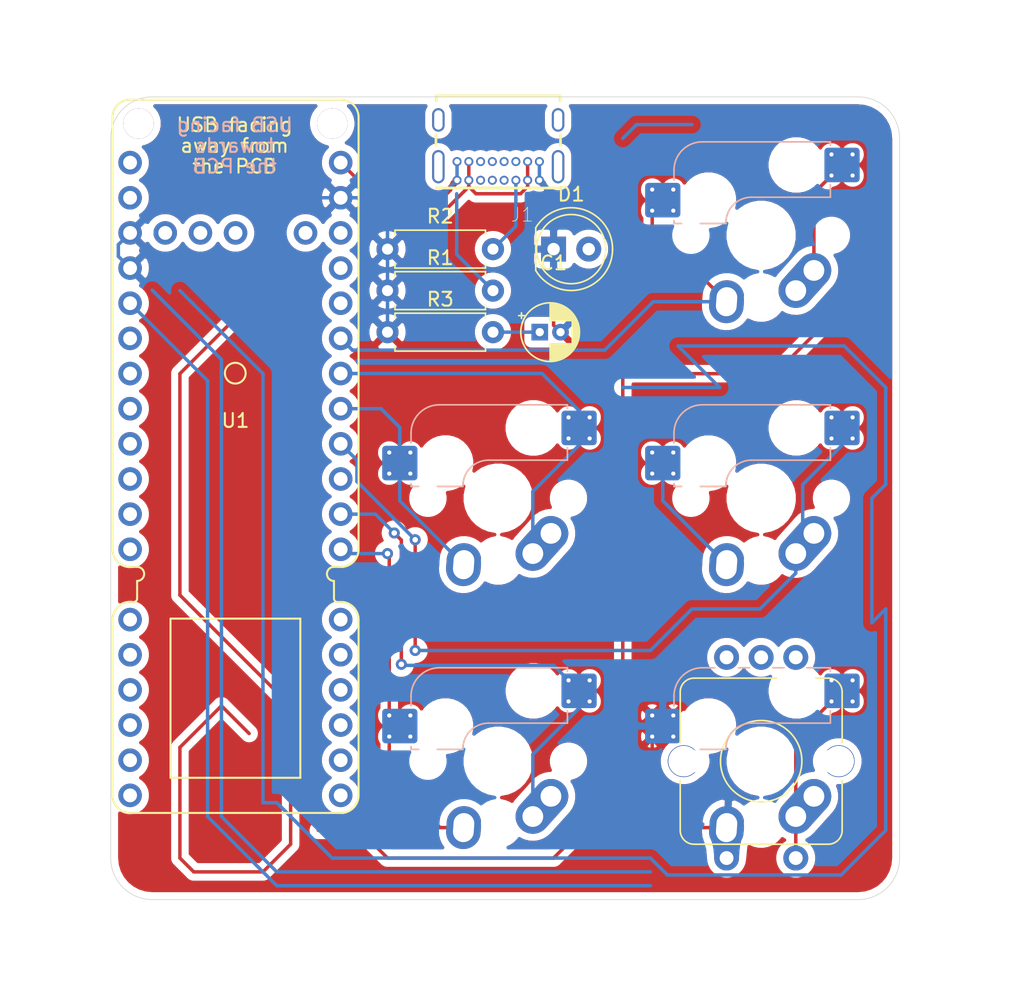
<source format=kicad_pcb>
(kicad_pcb (version 20171130) (host pcbnew "(5.1.5)-3")
  (layers (0 F.Cu signal) (31 B.Cu signal) (34 B.Paste user) (35 F.Paste user) (36 B.SilkS user) (37 F.SilkS user) (38 B.Mask user) (39 F.Mask user) (44 Edge.Cuts user))
  (net 0 "")
  (net 1 GND)
  (net 2 "Net-(C1-Pad1)")
  (net 3 "Net-(J1-PadA4)")
  (net 4 "Net-(J1-PadA7)")
  (net 5 "Net-(J1-PadA6)")
  (net 6 "Net-(J1-PadB5)")
  (net 7 "Net-(J1-PadA5)")
  (net 8 "Net-(SW1-Pad1)")
  (net 9 "Net-(SW1-Pad2)")
  (net 10 "Net-(SW2-Pad1)")
  (net 11 "Net-(SW2-Pad2)")
  (net 12 "Net-(SW3-Pad1)")
  (net 13 "Net-(SW3-Pad2)")
  (net 14 "Net-(SW4-Pad1)")
  (net 15 "Net-(SW4-Pad2)")
  (net 16 "Net-(SW5-Pad1)")
  (module OLKB:GCT_USB4085-GF-A_REVA (layer F.Cu) (at 91 34 180)
    (fp_text reference J1 (at -1.73252 -6.51541 180) (layer F.SilkS) (effects (font (size 1.00015 1.00015) (thickness 0.05))))
    (fp_text value USB4085-GF-A_REVA hide)
    (pad P4 thru_hole oval (at -4.325 0.335 270) (size 1.7 0.9) (drill oval 1.4 0.6) (layers *.Cu *.Mask) (net 2 "Net-(C1-Pad1)"))
    (pad P3 thru_hole oval (at 4.325 0.335 270) (size 1.7 0.9) (drill oval 1.4 0.6) (layers *.Cu *.Mask) (net 2 "Net-(C1-Pad1)"))
    (pad P2 thru_hole oval (at 4.325 -3.045 270) (size 2.4 0.9) (drill oval 2.1 0.6) (layers *.Cu *.Mask) (net 2 "Net-(C1-Pad1)"))
    (pad P1 thru_hole oval (at -4.325 -3.045 270) (size 2.4 0.9) (drill oval 2.1 0.6) (layers *.Cu *.Mask) (net 2 "Net-(C1-Pad1)"))
    (pad B12 thru_hole circle (at -2.975 -2.675) (size 0.65 0.65) (drill 0.4) (layers *.Cu *.Mask) (net 1 GND))
    (pad B9 thru_hole circle (at -2.125 -2.675) (size 0.65 0.65) (drill 0.4) (layers *.Cu *.Mask) (net 3 "Net-(J1-PadA4)"))
    (pad B8 thru_hole circle (at -1.275 -2.675) (size 0.65 0.65) (drill 0.4) (layers *.Cu *.Mask))
    (pad B7 thru_hole circle (at -0.425 -2.675) (size 0.65 0.65) (drill 0.4) (layers *.Cu *.Mask) (net 4 "Net-(J1-PadA7)"))
    (pad B6 thru_hole circle (at 0.425 -2.675) (size 0.65 0.65) (drill 0.4) (layers *.Cu *.Mask) (net 5 "Net-(J1-PadA6)"))
    (pad B5 thru_hole circle (at 1.275 -2.675) (size 0.65 0.65) (drill 0.4) (layers *.Cu *.Mask) (net 6 "Net-(J1-PadB5)"))
    (pad B4 thru_hole circle (at 2.125 -2.675) (size 0.65 0.65) (drill 0.4) (layers *.Cu *.Mask) (net 3 "Net-(J1-PadA4)"))
    (pad B1 thru_hole circle (at 2.975 -2.675) (size 0.65 0.65) (drill 0.4) (layers *.Cu *.Mask) (net 1 GND))
    (pad A12 thru_hole circle (at 2.975 -4.025 180) (size 0.65 0.65) (drill 0.4) (layers *.Cu *.Mask) (net 1 GND))
    (pad A9 thru_hole circle (at 2.125 -4.025 180) (size 0.65 0.65) (drill 0.4) (layers *.Cu *.Mask) (net 3 "Net-(J1-PadA4)"))
    (pad A8 thru_hole circle (at 1.275 -4.025 180) (size 0.65 0.65) (drill 0.4) (layers *.Cu *.Mask))
    (pad A7 thru_hole circle (at 0.425 -4.025 180) (size 0.65 0.65) (drill 0.4) (layers *.Cu *.Mask) (net 4 "Net-(J1-PadA7)"))
    (pad A6 thru_hole circle (at -0.425 -4.025 180) (size 0.65 0.65) (drill 0.4) (layers *.Cu *.Mask) (net 5 "Net-(J1-PadA6)"))
    (pad A5 thru_hole circle (at -1.275 -4.025 180) (size 0.65 0.65) (drill 0.4) (layers *.Cu *.Mask) (net 7 "Net-(J1-PadA5)"))
    (pad A4 thru_hole circle (at -2.125 -4.025 180) (size 0.65 0.65) (drill 0.4) (layers *.Cu *.Mask) (net 3 "Net-(J1-PadA4)"))
    (pad A1 thru_hole circle (at -2.975 -4.025 180) (size 0.65 0.65) (drill 0.4) (layers *.Cu *.Mask) (net 1 GND))
  )
  (module OLKB:proton_c (layer F.Cu) (at 72 52)
    (fp_text reference U1 (at 0.01 3.39) (layer F.SilkS))
    (fp_text value proton_c)
    (fp_text user "the PCB" (at -0.05 -14.98) (layer B.SilkS) (effects (justify mirror)))
    (fp_text user "away from" (at -0.05 -16.48) (layer F.SilkS))
    (fp_text user "the PCB" (at -0.05 -14.98) (layer F.SilkS))
    (fp_text user towards (at -0.05 -16.48) (layer B.SilkS) (effects (justify mirror)))
    (fp_text user "USB facing" (at -0.05 -17.98) (layer B.SilkS) (effects (justify mirror)))
    (fp_text user "USB facing" (at -0.05 -17.98) (layer F.SilkS))
    (pad RST thru_hole circle (at 7.615 30.47) (size 1.7 1.7) (drill 1) (layers *.Cu *.Mask))
    (pad A13 thru_hole circle (at 7.615 27.93) (size 1.7 1.7) (drill 1) (layers *.Cu *.Mask))
    (pad B12 thru_hole circle (at 7.615 22.85) (size 1.7 1.7) (drill 1) (layers *.Cu *.Mask))
    (pad A14 thru_hole circle (at 7.615 25.39) (size 1.7 1.7) (drill 1) (layers *.Cu *.Mask))
    (pad B10 thru_hole circle (at 7.615 17.77) (size 1.7 1.7) (drill 1) (layers *.Cu *.Mask))
    (pad B11 thru_hole circle (at 7.615 20.31) (size 1.7 1.7) (drill 1) (layers *.Cu *.Mask))
    (pad B9 thru_hole circle (at 7.615 12.69) (size 1.7 1.7) (drill 1) (layers *.Cu *.Mask) (net 15 "Net-(SW4-Pad2)"))
    (pad B13 thru_hole circle (at 7.615 5.07) (size 1.7 1.7) (drill 1) (layers *.Cu *.Mask) (net 12 "Net-(SW3-Pad1)"))
    (pad B15 thru_hole circle (at 7.615 10.15) (size 1.7 1.7) (drill 1) (layers *.Cu *.Mask) (net 14 "Net-(SW4-Pad1)"))
    (pad B14 thru_hole circle (at 7.615 7.61) (size 1.7 1.7) (drill 1) (layers *.Cu *.Mask) (net 13 "Net-(SW3-Pad2)"))
    (pad B8 thru_hole circle (at 7.615 2.53) (size 1.7 1.7) (drill 1) (layers *.Cu *.Mask) (net 11 "Net-(SW2-Pad2)"))
    (pad A0 thru_hole circle (at 7.615 -0.01) (size 1.7 1.7) (drill 1) (layers *.Cu *.Mask) (net 10 "Net-(SW2-Pad1)"))
    (pad A1 thru_hole circle (at 7.615 -2.55) (size 1.7 1.7) (drill 1) (layers *.Cu *.Mask) (net 9 "Net-(SW1-Pad2)"))
    (pad 3.3V thru_hole circle (at 7.615 -7.63) (size 1.7 1.7) (drill 1) (layers *.Cu *.Mask))
    (pad A3|5v thru_hole circle (at 5.075 -10.17) (size 1.7 1.7) (drill 1) (layers *.Cu *.Mask))
    (pad A2 thru_hole circle (at 7.615 -5.09) (size 1.7 1.7) (drill 1) (layers *.Cu *.Mask) (net 8 "Net-(SW1-Pad1)"))
    (pad DFU thru_hole circle (at 7.615 -10.17) (size 1.7 1.7) (drill 1) (layers *.Cu *.Mask))
    (pad GND thru_hole circle (at 7.615 -12.71) (size 1.7 1.7) (drill 1) (layers *.Cu *.Mask) (net 1 GND))
    (pad A4 thru_hole circle (at -7.6 17.77) (size 1.7 1.7) (drill 1) (layers *.Cu *.Mask))
    (pad A15 thru_hole circle (at -7.6 30.47) (size 1.7 1.7) (drill 1) (layers *.Cu *.Mask))
    (pad A6 thru_hole circle (at -7.6 22.85) (size 1.7 1.7) (drill 1) (layers *.Cu *.Mask))
    (pad A8 thru_hole circle (at -7.6 27.93) (size 1.7 1.7) (drill 1) (layers *.Cu *.Mask))
    (pad A7 thru_hole circle (at -7.6 25.39) (size 1.7 1.7) (drill 1) (layers *.Cu *.Mask))
    (pad A5 thru_hole circle (at -7.6 20.31) (size 1.7 1.7) (drill 1) (layers *.Cu *.Mask))
    (pad B0 thru_hole circle (at -7.6 12.69) (size 1.7 1.7) (drill 1) (layers *.Cu *.Mask))
    (pad B1 thru_hole circle (at -7.6 10.15) (size 1.7 1.7) (drill 1) (layers *.Cu *.Mask))
    (pad B2 thru_hole circle (at -7.6 7.61) (size 1.7 1.7) (drill 1) (layers *.Cu *.Mask))
    (pad B3 thru_hole circle (at -7.6 5.07) (size 1.7 1.7) (drill 1) (layers *.Cu *.Mask))
    (pad B4 thru_hole circle (at -7.6 2.53) (size 1.7 1.7) (drill 1) (layers *.Cu *.Mask))
    (pad B5 thru_hole circle (at -7.6 -0.01) (size 1.7 1.7) (drill 1) (layers *.Cu *.Mask))
    (pad CHRG thru_hole circle (at 0.02 -10.17) (size 1.7 1.7) (drill 1) (layers *.Cu *.Mask))
    (pad D- thru_hole circle (at -2.52 -10.17) (size 1.7 1.7) (drill 1) (layers *.Cu *.Mask) (net 4 "Net-(J1-PadA7)"))
    (pad B6 thru_hole circle (at -7.6 -2.55) (size 1.7 1.7) (drill 1) (layers *.Cu *.Mask))
    (pad B7 thru_hole circle (at -7.6 -5.09) (size 1.7 1.7) (drill 1) (layers *.Cu *.Mask))
    (pad GND thru_hole circle (at -7.6 -7.63) (size 1.7 1.7) (drill 1) (layers *.Cu *.Mask) (net 1 GND))
    (pad GND thru_hole circle (at -7.6 -10.17) (size 1.7 1.7) (drill 1) (layers *.Cu *.Mask) (net 1 GND))
    (pad D+ thru_hole circle (at -5.06 -10.17) (size 1.7 1.7) (drill 1) (layers *.Cu *.Mask) (net 5 "Net-(J1-PadA6)"))
    (pad A9 thru_hole circle (at -7.6 -15.25) (size 1.7 1.7) (drill 1) (layers *.Cu *.Mask))
    (pad SCRE thru_hole circle (at -6.9904 -18.0748) (size 2.2 2.2) (drill 2.2) (layers *.Cu *.Mask))
    (pad SCRE thru_hole circle (at 7.005 -18.0748) (size 2.2 2.2) (drill 2.2) (layers *.Cu *.Mask))
    (pad A10 thru_hole circle (at -7.6 -12.71) (size 1.7 1.7) (drill 1) (layers *.Cu *.Mask))
    (pad 5V thru_hole circle (at 7.615 -15.25) (size 1.7 1.7) (drill 1) (layers *.Cu *.Mask) (net 3 "Net-(J1-PadA4)"))
  )
  (module OLKB:UniKBSwitch_1u-kailk-socket-matis-mx-rgb-circle-2.5-vias-encoder (layer F.Cu) (at 110 80)
    (fp_text reference SW5)
    (fp_text value Rotary_Encoder_Switch hide)
    (pad 1 thru_hole roundrect (at 2.5 4 48.1) (size 4.461555 2.5) (drill 1.5 (offset 0.980778 0)) (layers *.Cu B.Mask) (roundrect_rratio 0.5) (net 16 "Net-(SW5-Pad1)"))
    (pad 2 thru_hole oval (at -2.5 4.8 356) (size 2.5 3.1) (drill oval 1.5 2.1) (layers *.Cu B.Mask) (net 1 GND))
    (pad 2 thru_hole custom (at -2.5 7) (size 1.8 1.8) (drill 1) (layers *.Cu B.Mask) (net 1 GND) (options (clearance outline) (anchor circle)) (primitives (gr_arc (start -5.05 0) (end 0 0) (angle -21) (width 1.8)) (gr_arc (start 6.1 0) (end 0 0) (angle 19) (width 1.8))))
    (pad G thru_hole circle (at -5.6 0 90) (size 2.3 2.3) (drill 2.2) (layers *.Cu B.Mask))
    (pad A thru_hole circle (at 2.5 -7.5 90) (size 1.8 1.8) (drill 1) (layers *.Cu B.Mask))
    (pad C thru_hole circle (at 0 -7.5 90) (size 1.8 1.8) (drill 1) (layers *.Cu B.Mask))
    (pad B thru_hole circle (at -2.5 -7.5 90) (size 1.8 1.8) (drill 1) (layers *.Cu B.Mask))
    (pad G thru_hole circle (at 5.6 0 90) (size 2.3 2.3) (drill 2.2) (layers *.Cu B.Mask))
    (pad 1 thru_hole circle (at 2.5 7 90) (size 1.8 1.8) (drill 1) (layers *.Cu B.Mask) (net 16 "Net-(SW5-Pad1)"))
    (pad 2 thru_hole circle (at -7.874 -1.778) (size 0.6 0.6) (drill 0.3) (layers *.Cu) (net 1 GND))
    (pad 2 thru_hole circle (at -7.874 -3.302) (size 0.6 0.6) (drill 0.3) (layers *.Cu) (net 1 GND))
    (pad 2 thru_hole circle (at -6.35 -3.302) (size 0.6 0.6) (drill 0.3) (layers *.Cu) (net 1 GND))
    (pad 1 thru_hole circle (at 5.08 -5.842) (size 0.6 0.6) (drill 0.3) (layers *.Cu) (net 16 "Net-(SW5-Pad1)"))
    (pad 1 thru_hole circle (at 6.604 -5.842) (size 0.6 0.6) (drill 0.3) (layers *.Cu) (net 16 "Net-(SW5-Pad1)"))
    (pad 1 thru_hole circle (at 6.604 -4.318) (size 0.6 0.6) (drill 0.3) (layers *.Cu) (net 16 "Net-(SW5-Pad1)"))
    (pad 2 thru_hole circle (at -6.35 -1.778) (size 0.6 0.6) (drill 0.3) (layers *.Cu) (net 1 GND))
    (pad 1 thru_hole circle (at 5.08 -4.318) (size 0.6 0.6) (drill 0.3) (layers *.Cu) (net 16 "Net-(SW5-Pad1)"))
    (pad 1 thru_hole circle (at 3.81 2.54) (size 2.5 2.5) (drill 1.5) (layers *.Cu B.Mask) (net 16 "Net-(SW5-Pad1)"))
    (pad "" np_thru_hole circle (at 0 4.5) (size 2.5 2.5) (drill 2.5) (layers *.Cu *.Mask))
    (pad 1 smd roundrect (at 5.842 -5.08) (size 2.55 2.5) (layers B.Cu B.Paste B.Mask) (roundrect_rratio 0.1) (net 16 "Net-(SW5-Pad1)"))
    (pad "" np_thru_hole circle (at -3.81 -2.54) (size 3 3) (drill 3) (layers *.Cu *.Mask))
    (pad "" np_thru_hole circle (at 2.54 -5.08) (size 3 3) (drill 3) (layers *.Cu *.Mask))
    (pad "" np_thru_hole circle (at 5.08 0) (size 1.68 1.68) (drill 1.68) (layers *.Cu *.Mask))
    (pad "" np_thru_hole circle (at -5.08 0) (size 1.68 1.68) (drill 1.68) (layers *.Cu *.Mask))
    (pad "" np_thru_hole circle (at 0 0) (size 3.9878 3.9878) (drill 3.9878) (layers *.Cu *.Mask))
    (pad 2 smd roundrect (at -7.112 -2.54) (size 2.55 2.5) (layers B.Cu B.Paste B.Mask) (roundrect_rratio 0.1) (net 1 GND))
  )
  (module OLKB:UniKBSwitch_1u-kailk-socket-matis-mx-rgb-circle-2.5-vias (layer F.Cu) (at 91 80)
    (fp_text reference SW4)
    (fp_text value Switch hide)
    (pad 1 thru_hole roundrect (at 2.5 4 48.1) (size 4.461555 2.5) (drill 1.5 (offset 0.980778 0)) (layers *.Cu B.Mask) (roundrect_rratio 0.5) (net 14 "Net-(SW4-Pad1)"))
    (pad 2 thru_hole oval (at -2.5 4.8 356) (size 2.5 3.1) (drill oval 1.5 2.1) (layers *.Cu B.Mask) (net 15 "Net-(SW4-Pad2)"))
    (pad 2 thru_hole circle (at -7.874 -1.778) (size 0.6 0.6) (drill 0.3) (layers *.Cu) (net 15 "Net-(SW4-Pad2)"))
    (pad 2 thru_hole circle (at -7.874 -3.302) (size 0.6 0.6) (drill 0.3) (layers *.Cu) (net 15 "Net-(SW4-Pad2)"))
    (pad 2 thru_hole circle (at -6.35 -3.302) (size 0.6 0.6) (drill 0.3) (layers *.Cu) (net 15 "Net-(SW4-Pad2)"))
    (pad 1 thru_hole circle (at 5.08 -5.842) (size 0.6 0.6) (drill 0.3) (layers *.Cu) (net 14 "Net-(SW4-Pad1)"))
    (pad 1 thru_hole circle (at 6.604 -5.842) (size 0.6 0.6) (drill 0.3) (layers *.Cu) (net 14 "Net-(SW4-Pad1)"))
    (pad 1 thru_hole circle (at 6.604 -4.318) (size 0.6 0.6) (drill 0.3) (layers *.Cu) (net 14 "Net-(SW4-Pad1)"))
    (pad 2 thru_hole circle (at -6.35 -1.778) (size 0.6 0.6) (drill 0.3) (layers *.Cu) (net 15 "Net-(SW4-Pad2)"))
    (pad 1 thru_hole circle (at 5.08 -4.318) (size 0.6 0.6) (drill 0.3) (layers *.Cu) (net 14 "Net-(SW4-Pad1)"))
    (pad 1 thru_hole circle (at 3.81 2.54) (size 2.5 2.5) (drill 1.5) (layers *.Cu B.Mask) (net 14 "Net-(SW4-Pad1)"))
    (pad "" np_thru_hole circle (at 0 4.5) (size 2.5 2.5) (drill 2.5) (layers *.Cu *.Mask))
    (pad 1 smd roundrect (at 5.842 -5.08) (size 2.55 2.5) (layers B.Cu B.Paste B.Mask) (roundrect_rratio 0.1) (net 14 "Net-(SW4-Pad1)"))
    (pad "" np_thru_hole circle (at -3.81 -2.54) (size 3 3) (drill 3) (layers *.Cu *.Mask))
    (pad "" np_thru_hole circle (at 2.54 -5.08) (size 3 3) (drill 3) (layers *.Cu *.Mask))
    (pad "" np_thru_hole circle (at 5.08 0) (size 1.68 1.68) (drill 1.68) (layers *.Cu *.Mask))
    (pad "" np_thru_hole circle (at -5.08 0) (size 1.68 1.68) (drill 1.68) (layers *.Cu *.Mask))
    (pad "" np_thru_hole circle (at 0 0) (size 3.9878 3.9878) (drill 3.9878) (layers *.Cu *.Mask))
    (pad 2 smd roundrect (at -7.112 -2.54) (size 2.55 2.5) (layers B.Cu B.Paste B.Mask) (roundrect_rratio 0.1) (net 15 "Net-(SW4-Pad2)"))
  )
  (module OLKB:UniKBSwitch_1u-kailk-socket-matis-mx-rgb-circle-2.5-vias (layer F.Cu) (at 110 61)
    (fp_text reference SW3)
    (fp_text value Switch hide)
    (pad 1 thru_hole roundrect (at 2.5 4 48.1) (size 4.461555 2.5) (drill 1.5 (offset 0.980778 0)) (layers *.Cu B.Mask) (roundrect_rratio 0.5) (net 12 "Net-(SW3-Pad1)"))
    (pad 2 thru_hole oval (at -2.5 4.8 356) (size 2.5 3.1) (drill oval 1.5 2.1) (layers *.Cu B.Mask) (net 13 "Net-(SW3-Pad2)"))
    (pad 2 thru_hole circle (at -7.874 -1.778) (size 0.6 0.6) (drill 0.3) (layers *.Cu) (net 13 "Net-(SW3-Pad2)"))
    (pad 2 thru_hole circle (at -7.874 -3.302) (size 0.6 0.6) (drill 0.3) (layers *.Cu) (net 13 "Net-(SW3-Pad2)"))
    (pad 2 thru_hole circle (at -6.35 -3.302) (size 0.6 0.6) (drill 0.3) (layers *.Cu) (net 13 "Net-(SW3-Pad2)"))
    (pad 1 thru_hole circle (at 5.08 -5.842) (size 0.6 0.6) (drill 0.3) (layers *.Cu) (net 12 "Net-(SW3-Pad1)"))
    (pad 1 thru_hole circle (at 6.604 -5.842) (size 0.6 0.6) (drill 0.3) (layers *.Cu) (net 12 "Net-(SW3-Pad1)"))
    (pad 1 thru_hole circle (at 6.604 -4.318) (size 0.6 0.6) (drill 0.3) (layers *.Cu) (net 12 "Net-(SW3-Pad1)"))
    (pad 2 thru_hole circle (at -6.35 -1.778) (size 0.6 0.6) (drill 0.3) (layers *.Cu) (net 13 "Net-(SW3-Pad2)"))
    (pad 1 thru_hole circle (at 5.08 -4.318) (size 0.6 0.6) (drill 0.3) (layers *.Cu) (net 12 "Net-(SW3-Pad1)"))
    (pad 1 thru_hole circle (at 3.81 2.54) (size 2.5 2.5) (drill 1.5) (layers *.Cu B.Mask) (net 12 "Net-(SW3-Pad1)"))
    (pad "" np_thru_hole circle (at 0 4.5) (size 2.5 2.5) (drill 2.5) (layers *.Cu *.Mask))
    (pad 1 smd roundrect (at 5.842 -5.08) (size 2.55 2.5) (layers B.Cu B.Paste B.Mask) (roundrect_rratio 0.1) (net 12 "Net-(SW3-Pad1)"))
    (pad "" np_thru_hole circle (at -3.81 -2.54) (size 3 3) (drill 3) (layers *.Cu *.Mask))
    (pad "" np_thru_hole circle (at 2.54 -5.08) (size 3 3) (drill 3) (layers *.Cu *.Mask))
    (pad "" np_thru_hole circle (at 5.08 0) (size 1.68 1.68) (drill 1.68) (layers *.Cu *.Mask))
    (pad "" np_thru_hole circle (at -5.08 0) (size 1.68 1.68) (drill 1.68) (layers *.Cu *.Mask))
    (pad "" np_thru_hole circle (at 0 0) (size 3.9878 3.9878) (drill 3.9878) (layers *.Cu *.Mask))
    (pad 2 smd roundrect (at -7.112 -2.54) (size 2.55 2.5) (layers B.Cu B.Paste B.Mask) (roundrect_rratio 0.1) (net 13 "Net-(SW3-Pad2)"))
  )
  (module OLKB:UniKBSwitch_1u-kailk-socket-matis-mx-rgb-circle-2.5-vias (layer F.Cu) (at 91 61)
    (fp_text reference SW2)
    (fp_text value Switch hide)
    (pad 1 thru_hole roundrect (at 2.5 4 48.1) (size 4.461555 2.5) (drill 1.5 (offset 0.980778 0)) (layers *.Cu B.Mask) (roundrect_rratio 0.5) (net 10 "Net-(SW2-Pad1)"))
    (pad 2 thru_hole oval (at -2.5 4.8 356) (size 2.5 3.1) (drill oval 1.5 2.1) (layers *.Cu B.Mask) (net 11 "Net-(SW2-Pad2)"))
    (pad 2 thru_hole circle (at -7.874 -1.778) (size 0.6 0.6) (drill 0.3) (layers *.Cu) (net 11 "Net-(SW2-Pad2)"))
    (pad 2 thru_hole circle (at -7.874 -3.302) (size 0.6 0.6) (drill 0.3) (layers *.Cu) (net 11 "Net-(SW2-Pad2)"))
    (pad 2 thru_hole circle (at -6.35 -3.302) (size 0.6 0.6) (drill 0.3) (layers *.Cu) (net 11 "Net-(SW2-Pad2)"))
    (pad 1 thru_hole circle (at 5.08 -5.842) (size 0.6 0.6) (drill 0.3) (layers *.Cu) (net 10 "Net-(SW2-Pad1)"))
    (pad 1 thru_hole circle (at 6.604 -5.842) (size 0.6 0.6) (drill 0.3) (layers *.Cu) (net 10 "Net-(SW2-Pad1)"))
    (pad 1 thru_hole circle (at 6.604 -4.318) (size 0.6 0.6) (drill 0.3) (layers *.Cu) (net 10 "Net-(SW2-Pad1)"))
    (pad 2 thru_hole circle (at -6.35 -1.778) (size 0.6 0.6) (drill 0.3) (layers *.Cu) (net 11 "Net-(SW2-Pad2)"))
    (pad 1 thru_hole circle (at 5.08 -4.318) (size 0.6 0.6) (drill 0.3) (layers *.Cu) (net 10 "Net-(SW2-Pad1)"))
    (pad 1 thru_hole circle (at 3.81 2.54) (size 2.5 2.5) (drill 1.5) (layers *.Cu B.Mask) (net 10 "Net-(SW2-Pad1)"))
    (pad "" np_thru_hole circle (at 0 4.5) (size 2.5 2.5) (drill 2.5) (layers *.Cu *.Mask))
    (pad 1 smd roundrect (at 5.842 -5.08) (size 2.55 2.5) (layers B.Cu B.Paste B.Mask) (roundrect_rratio 0.1) (net 10 "Net-(SW2-Pad1)"))
    (pad "" np_thru_hole circle (at -3.81 -2.54) (size 3 3) (drill 3) (layers *.Cu *.Mask))
    (pad "" np_thru_hole circle (at 2.54 -5.08) (size 3 3) (drill 3) (layers *.Cu *.Mask))
    (pad "" np_thru_hole circle (at 5.08 0) (size 1.68 1.68) (drill 1.68) (layers *.Cu *.Mask))
    (pad "" np_thru_hole circle (at -5.08 0) (size 1.68 1.68) (drill 1.68) (layers *.Cu *.Mask))
    (pad "" np_thru_hole circle (at 0 0) (size 3.9878 3.9878) (drill 3.9878) (layers *.Cu *.Mask))
    (pad 2 smd roundrect (at -7.112 -2.54) (size 2.55 2.5) (layers B.Cu B.Paste B.Mask) (roundrect_rratio 0.1) (net 11 "Net-(SW2-Pad2)"))
  )
  (module OLKB:UniKBSwitch_1u-kailk-socket-matis-mx-rgb-circle-2.5-vias (layer F.Cu) (at 110 42)
    (fp_text reference SW1)
    (fp_text value Switch hide)
    (pad 1 thru_hole roundrect (at 2.5 4 48.1) (size 4.461555 2.5) (drill 1.5 (offset 0.980778 0)) (layers *.Cu B.Mask) (roundrect_rratio 0.5) (net 8 "Net-(SW1-Pad1)"))
    (pad 2 thru_hole oval (at -2.5 4.8 356) (size 2.5 3.1) (drill oval 1.5 2.1) (layers *.Cu B.Mask) (net 9 "Net-(SW1-Pad2)"))
    (pad 2 thru_hole circle (at -7.874 -1.778) (size 0.6 0.6) (drill 0.3) (layers *.Cu) (net 9 "Net-(SW1-Pad2)"))
    (pad 2 thru_hole circle (at -7.874 -3.302) (size 0.6 0.6) (drill 0.3) (layers *.Cu) (net 9 "Net-(SW1-Pad2)"))
    (pad 2 thru_hole circle (at -6.35 -3.302) (size 0.6 0.6) (drill 0.3) (layers *.Cu) (net 9 "Net-(SW1-Pad2)"))
    (pad 1 thru_hole circle (at 5.08 -5.842) (size 0.6 0.6) (drill 0.3) (layers *.Cu) (net 8 "Net-(SW1-Pad1)"))
    (pad 1 thru_hole circle (at 6.604 -5.842) (size 0.6 0.6) (drill 0.3) (layers *.Cu) (net 8 "Net-(SW1-Pad1)"))
    (pad 1 thru_hole circle (at 6.604 -4.318) (size 0.6 0.6) (drill 0.3) (layers *.Cu) (net 8 "Net-(SW1-Pad1)"))
    (pad 2 thru_hole circle (at -6.35 -1.778) (size 0.6 0.6) (drill 0.3) (layers *.Cu) (net 9 "Net-(SW1-Pad2)"))
    (pad 1 thru_hole circle (at 5.08 -4.318) (size 0.6 0.6) (drill 0.3) (layers *.Cu) (net 8 "Net-(SW1-Pad1)"))
    (pad 1 thru_hole circle (at 3.81 2.54) (size 2.5 2.5) (drill 1.5) (layers *.Cu B.Mask) (net 8 "Net-(SW1-Pad1)"))
    (pad "" np_thru_hole circle (at 0 4.5) (size 2.5 2.5) (drill 2.5) (layers *.Cu *.Mask))
    (pad 1 smd roundrect (at 5.842 -5.08) (size 2.55 2.5) (layers B.Cu B.Paste B.Mask) (roundrect_rratio 0.1) (net 8 "Net-(SW1-Pad1)"))
    (pad "" np_thru_hole circle (at -3.81 -2.54) (size 3 3) (drill 3) (layers *.Cu *.Mask))
    (pad "" np_thru_hole circle (at 2.54 -5.08) (size 3 3) (drill 3) (layers *.Cu *.Mask))
    (pad "" np_thru_hole circle (at 5.08 0) (size 1.68 1.68) (drill 1.68) (layers *.Cu *.Mask))
    (pad "" np_thru_hole circle (at -5.08 0) (size 1.68 1.68) (drill 1.68) (layers *.Cu *.Mask))
    (pad "" np_thru_hole circle (at 0 0) (size 3.9878 3.9878) (drill 3.9878) (layers *.Cu *.Mask))
    (pad 2 smd roundrect (at -7.112 -2.54) (size 2.55 2.5) (layers B.Cu B.Paste B.Mask) (roundrect_rratio 0.1) (net 9 "Net-(SW1-Pad2)"))
  )
  (module Resistor_THT:R_Axial_DIN0207_L6.3mm_D2.5mm_P7.62mm_Horizontal (layer F.Cu) (at 83 49)
    (fp_text reference R3 (at 3.81 -2.37) (layer F.SilkS))
    (fp_text value R)
    (pad 2 thru_hole oval (at 7.62 0) (size 1.6 1.6) (drill 0.8) (layers *.Cu *.Mask) (net 2 "Net-(C1-Pad1)"))
    (pad 1 thru_hole circle (at 0 0) (size 1.6 1.6) (drill 0.8) (layers *.Cu *.Mask) (net 1 GND))
  )
  (module Resistor_THT:R_Axial_DIN0207_L6.3mm_D2.5mm_P7.62mm_Horizontal (layer F.Cu) (at 83 43)
    (fp_text reference R2 (at 3.81 -2.37) (layer F.SilkS))
    (fp_text value 5k1)
    (pad 2 thru_hole oval (at 7.62 0) (size 1.6 1.6) (drill 0.8) (layers *.Cu *.Mask) (net 7 "Net-(J1-PadA5)"))
    (pad 1 thru_hole circle (at 0 0) (size 1.6 1.6) (drill 0.8) (layers *.Cu *.Mask) (net 1 GND))
  )
  (module Resistor_THT:R_Axial_DIN0207_L6.3mm_D2.5mm_P7.62mm_Horizontal (layer F.Cu) (at 83 46)
    (fp_text reference R1 (at 3.81 -2.37) (layer F.SilkS))
    (fp_text value 5k1)
    (pad 2 thru_hole oval (at 7.62 0) (size 1.6 1.6) (drill 0.8) (layers *.Cu *.Mask) (net 6 "Net-(J1-PadB5)"))
    (pad 1 thru_hole circle (at 0 0) (size 1.6 1.6) (drill 0.8) (layers *.Cu *.Mask) (net 1 GND))
  )
  (module LED_THT:LED_D5.0mm (layer F.Cu) (at 95 43)
    (fp_text reference D1 (at 1.27 -3.96) (layer F.SilkS))
    (fp_text value LED)
    (pad 2 thru_hole circle (at 2.54 0) (size 1.8 1.8) (drill 0.9) (layers *.Cu *.Mask))
    (pad 1 thru_hole rect (at 0 0) (size 1.8 1.8) (drill 0.9) (layers *.Cu *.Mask) (net 1 GND))
  )
  (module Capacitor_THT:CP_Radial_D4.0mm_P1.50mm (layer F.Cu) (at 94 49)
    (fp_text reference C1 (at 1 -5) (layer F.SilkS))
    (fp_text value C)
    (pad 2 thru_hole circle (at 1.5 0) (size 1.2 1.2) (drill 0.6) (layers *.Cu *.Mask) (net 1 GND))
    (pad 1 thru_hole rect (at 0 0) (size 1.2 1.2) (drill 0.6) (layers *.Cu *.Mask) (net 2 "Net-(C1-Pad1)"))
  )
  (gr_arc (start 66 87) (end 63 87) (angle -90) (layer Edge.Cuts) (width 0.05))
  (gr_arc (start 117 87) (end 117 90) (angle -90) (layer Edge.Cuts) (width 0.05))
  (gr_arc (start 117 35) (end 120 35) (angle -90) (layer Edge.Cuts) (width 0.05))
  (gr_arc (start 66 35) (end 66 32) (angle -90) (layer Edge.Cuts) (width 0.05))
  (gr_line (start 63 87) (end 63 35) (layer Edge.Cuts) (width 0.05))
  (gr_line (start 117 90) (end 66 90) (layer Edge.Cuts) (width 0.05))
  (gr_line (start 120 35) (end 120 87) (layer Edge.Cuts) (width 0.05))
  (gr_line (start 66 32) (end 117 32) (layer Edge.Cuts) (width 0.05))
  (segment (start 64.4 46.91) (end 70 52.51) (width 0.25) (layer B.Cu) (net 0))
  (segment (start 70 52.51) (end 70 84) (width 0.25) (layer B.Cu) (net 0))
  (segment (start 70 84) (end 75 89) (width 0.25) (layer B.Cu) (net 0))
  (segment (start 75 89) (end 102 89) (width 0.25) (layer B.Cu) (net 0))
  (segment (start 102 88) (end 76 88) (width 0.25) (layer B.Cu) (net 0))
  (segment (start 76 88) (end 75 88) (width 0.25) (layer B.Cu) (net 0))
  (segment (start 75 88) (end 71 84) (width 0.25) (layer B.Cu) (net 0))
  (segment (start 71 84) (end 71 50.97) (width 0.25) (layer B.Cu) (net 0))
  (segment (start 71 50.97) (end 66 45.97) (width 0.25) (layer B.Cu) (net 0))
  (segment (start 107 53) (end 100 53) (width 0.25) (layer B.Cu) (net 0))
  (segment (start 119 53) (end 116 50) (width 0.25) (layer B.Cu) (net 0))
  (segment (start 79 87) (end 102 87) (width 0.25) (layer B.Cu) (net 0))
  (segment (start 74 83) (end 75 83) (width 0.25) (layer B.Cu) (net 0))
  (segment (start 104 50) (end 107 53) (width 0.25) (layer B.Cu) (net 0))
  (segment (start 116 50) (end 104 50) (width 0.25) (layer B.Cu) (net 0))
  (segment (start 68 46) (end 74 52) (width 0.25) (layer B.Cu) (net 0))
  (segment (start 119 60) (end 119 53) (width 0.25) (layer B.Cu) (net 0))
  (segment (start 118 61) (end 119 60) (width 0.25) (layer B.Cu) (net 0))
  (segment (start 75 83) (end 79 87) (width 0.25) (layer B.Cu) (net 0))
  (segment (start 74 52) (end 74 83) (width 0.25) (layer B.Cu) (net 0))
  (segment (start 103.225001 88.225001) (end 115.774999 88.225001) (width 0.25) (layer B.Cu) (net 0))
  (segment (start 118 70) (end 118 61) (width 0.25) (layer B.Cu) (net 0))
  (segment (start 102 87) (end 103.225001 88.225001) (width 0.25) (layer B.Cu) (net 0))
  (segment (start 119 85) (end 119 69) (width 0.25) (layer B.Cu) (net 0))
  (segment (start 115.774999 88.225001) (end 119 85) (width 0.25) (layer B.Cu) (net 0))
  (segment (start 119 69) (end 118 70) (width 0.25) (layer B.Cu) (net 0))
  (segment (start 105 34) (end 101 34) (width 0.25) (layer B.Cu) (net 0))
  (segment (start 101 34) (end 100 35) (width 0.25) (layer B.Cu) (net 0))
  (segment (start 74 38.755) (end 75 39.755) (width 0.25) (layer F.Cu) (net 0))
  (segment (start 74 37) (end 74 38.755) (width 0.25) (layer F.Cu) (net 0))
  (segment (start 75 39.755) (end 75 45) (width 0.25) (layer F.Cu) (net 0))
  (segment (start 75 45) (end 68 52) (width 0.25) (layer F.Cu) (net 0))
  (segment (start 68 52) (end 68 68) (width 0.25) (layer F.Cu) (net 0))
  (segment (start 68 68) (end 76 76) (width 0.25) (layer F.Cu) (net 0))
  (segment (start 76 76) (end 76 86) (width 0.25) (layer F.Cu) (net 0))
  (segment (start 76 86) (end 74 88) (width 0.25) (layer F.Cu) (net 0))
  (segment (start 74 88) (end 69 88) (width 0.25) (layer F.Cu) (net 0))
  (segment (start 69 88) (end 68 87) (width 0.25) (layer F.Cu) (net 0))
  (segment (start 68 87) (end 68 79) (width 0.25) (layer F.Cu) (net 0))
  (segment (start 68 79) (end 71 76) (width 0.25) (layer F.Cu) (net 0))
  (segment (start 71 76) (end 73 78) (width 0.25) (layer F.Cu) (net 0))
  (segment (start 78 85) (end 81 85) (width 0.25) (layer F.Cu) (net 0))
  (segment (start 81 85) (end 83 87) (width 0.25) (layer F.Cu) (net 0))
  (segment (start 83 87) (end 95 87) (width 0.25) (layer F.Cu) (net 0))
  (segment (start 95 87) (end 100 82) (width 0.25) (layer F.Cu) (net 0))
  (segment (start 100 82) (end 100 52) (width 0.25) (layer F.Cu) (net 0))
  (segment (start 100 52) (end 111 52) (width 0.25) (layer F.Cu) (net 0))
  (segment (start 111 52) (end 117 46) (width 0.25) (layer F.Cu) (net 0))
  (segment (start 107.5 84.8) (end 104.8 84.8) (width 0.25) (layer F.Cu) (net 1))
  (segment (start 102.126 82.126) (end 102.126 78.222) (width 0.25) (layer F.Cu) (net 1))
  (segment (start 104.8 84.8) (end 102.126 82.126) (width 0.25) (layer F.Cu) (net 1))
  (segment (start 83 49) (end 83 43) (width 0.25) (layer B.Cu) (net 1))
  (segment (start 95 39.05) (end 93.975 38.025) (width 0.25) (layer B.Cu) (net 1))
  (segment (start 95 43) (end 95 39.05) (width 0.25) (layer B.Cu) (net 1))
  (segment (start 93.975 36.675) (end 93.975 38.025) (width 0.25) (layer B.Cu) (net 1))
  (segment (start 88.025 36.675) (end 88.025 38.025) (width 0.25) (layer B.Cu) (net 1))
  (segment (start 83.05 43) (end 83 43) (width 0.25) (layer B.Cu) (net 1))
  (segment (start 88.025 38.025) (end 83.05 43) (width 0.25) (layer B.Cu) (net 1))
  (segment (start 83 41.86863) (end 83 43) (width 0.25) (layer B.Cu) (net 1))
  (segment (start 83 41.472919) (end 83 41.86863) (width 0.25) (layer B.Cu) (net 1))
  (segment (start 80.817081 39.29) (end 83 41.472919) (width 0.25) (layer B.Cu) (net 1))
  (segment (start 79.615 39.29) (end 80.817081 39.29) (width 0.25) (layer B.Cu) (net 1))
  (segment (start 95 48.5) (end 95.5 49) (width 0.25) (layer F.Cu) (net 1))
  (segment (start 95 43) (end 95 48.5) (width 0.25) (layer F.Cu) (net 1))
  (segment (start 63.550001 42.679999) (end 64.4 41.83) (width 0.25) (layer B.Cu) (net 1))
  (segment (start 63.550001 43.520001) (end 63.550001 42.679999) (width 0.25) (layer B.Cu) (net 1))
  (segment (start 64.4 44.37) (end 63.550001 43.520001) (width 0.25) (layer B.Cu) (net 1))
  (segment (start 66.94 39.29) (end 79.615 39.29) (width 0.25) (layer B.Cu) (net 1))
  (segment (start 64.4 41.83) (end 66.94 39.29) (width 0.25) (layer B.Cu) (net 1))
  (segment (start 90.62 49) (end 94 49) (width 0.25) (layer B.Cu) (net 2))
  (segment (start 79.615 36.75) (end 83.865 41) (width 0.25) (layer F.Cu) (net 3))
  (segment (start 86.359619 41) (end 88.875 38.484619) (width 0.25) (layer F.Cu) (net 3))
  (segment (start 83.865 41) (end 86.359619 41) (width 0.25) (layer F.Cu) (net 3))
  (segment (start 88.875 38.025) (end 88.875 36.675) (width 0.25) (layer F.Cu) (net 3))
  (segment (start 93.125 36.675) (end 93.125 38.025) (width 0.25) (layer F.Cu) (net 3))
  (segment (start 88.875 38.484619) (end 88.875 38.025) (width 0.25) (layer F.Cu) (net 3))
  (segment (start 93.125 38.025) (end 93.125 38.484619) (width 0.25) (layer F.Cu) (net 3))
  (segment (start 89.390381 39) (end 88.875 38.484619) (width 0.25) (layer F.Cu) (net 3))
  (segment (start 92.609619 39) (end 89.390381 39) (width 0.25) (layer F.Cu) (net 3))
  (segment (start 93.125 38.484619) (end 92.609619 39) (width 0.25) (layer F.Cu) (net 3))
  (segment (start 90.62 46) (end 88 43.38) (width 0.25) (layer B.Cu) (net 6))
  (segment (start 88 43.38) (end 88 39) (width 0.25) (layer B.Cu) (net 6))
  (segment (start 92.275 41.345) (end 92.275 38.275) (width 0.25) (layer B.Cu) (net 7))
  (segment (start 90.62 43) (end 92.275 41.345) (width 0.25) (layer B.Cu) (net 7))
  (segment (start 92.275 38.275) (end 92.275 38.025) (width 0.25) (layer B.Cu) (net 7))
  (segment (start 113.81 38.952) (end 113.81 44.54) (width 0.25) (layer F.Cu) (net 8))
  (segment (start 115.08 37.682) (end 113.81 38.952) (width 0.25) (layer F.Cu) (net 8))
  (segment (start 102.126 41.426) (end 107.5 46.8) (width 0.25) (layer F.Cu) (net 9))
  (segment (start 102.126 40.222) (end 102.126 41.426) (width 0.25) (layer F.Cu) (net 9))
  (segment (start 80.464999 50.299999) (end 98.700001 50.299999) (width 0.25) (layer B.Cu) (net 9))
  (segment (start 79.615 49.45) (end 80.464999 50.299999) (width 0.25) (layer B.Cu) (net 9))
  (segment (start 102.2 46.8) (end 107.5 46.8) (width 0.25) (layer B.Cu) (net 9))
  (segment (start 98.700001 50.299999) (end 102.2 46.8) (width 0.25) (layer B.Cu) (net 9))
  (segment (start 94.162 51.99) (end 80.817081 51.99) (width 0.25) (layer B.Cu) (net 10))
  (segment (start 80.817081 51.99) (end 79.615 51.99) (width 0.25) (layer B.Cu) (net 10))
  (segment (start 96.842 54.67) (end 94.162 51.99) (width 0.25) (layer B.Cu) (net 10))
  (segment (start 96.842 55.92) (end 96.842 54.67) (width 0.25) (layer B.Cu) (net 10))
  (segment (start 96.842 57.17) (end 96.842 55.92) (width 0.25) (layer B.Cu) (net 10))
  (segment (start 93.5 60.512) (end 96.842 57.17) (width 0.25) (layer B.Cu) (net 10))
  (segment (start 93.5 65) (end 93.5 60.512) (width 0.25) (layer B.Cu) (net 10))
  (segment (start 83.888 61.188) (end 83.888 58.46) (width 0.25) (layer B.Cu) (net 11))
  (segment (start 88.5 65.8) (end 83.888 61.188) (width 0.25) (layer B.Cu) (net 11))
  (segment (start 79.615 54.53) (end 82.53 54.53) (width 0.25) (layer B.Cu) (net 11))
  (segment (start 83.888 55.888) (end 83.888 58.46) (width 0.25) (layer B.Cu) (net 11))
  (segment (start 82.53 54.53) (end 83.888 55.888) (width 0.25) (layer B.Cu) (net 11))
  (segment (start 80.790001 58.245001) (end 80.790001 59.790001) (width 0.25) (layer B.Cu) (net 12))
  (segment (start 79.615 57.07) (end 80.790001 58.245001) (width 0.25) (layer B.Cu) (net 12))
  (via (at 85 64) (size 0.8) (drill 0.4) (layers F.Cu B.Cu) (net 12))
  (segment (start 80.790001 59.790001) (end 85 64) (width 0.25) (layer B.Cu) (net 12))
  (segment (start 85 64) (end 85 69) (width 0.25) (layer F.Cu) (net 12))
  (segment (start 85 69) (end 85 72) (width 0.25) (layer F.Cu) (net 12))
  (via (at 85 72) (size 0.8) (drill 0.4) (layers F.Cu B.Cu) (net 12))
  (segment (start 112.5 66.415501) (end 112.5 65) (width 0.25) (layer B.Cu) (net 12))
  (segment (start 109.915501 69) (end 112.5 66.415501) (width 0.25) (layer B.Cu) (net 12))
  (segment (start 85 72) (end 102 72) (width 0.25) (layer B.Cu) (net 12))
  (segment (start 105 69) (end 109.915501 69) (width 0.25) (layer B.Cu) (net 12))
  (segment (start 102 72) (end 105 69) (width 0.25) (layer B.Cu) (net 12))
  (segment (start 115.842 57.17) (end 115.842 55.92) (width 0.25) (layer B.Cu) (net 12))
  (segment (start 112.5 65) (end 113 64.5) (width 0.25) (layer B.Cu) (net 12))
  (segment (start 113 60.012) (end 115.842 57.17) (width 0.25) (layer B.Cu) (net 12))
  (segment (start 113 64.5) (end 113 60.012) (width 0.25) (layer B.Cu) (net 12))
  (segment (start 102.888 61.188) (end 107.5 65.8) (width 0.25) (layer B.Cu) (net 13))
  (segment (start 102.888 58.46) (end 102.888 61.188) (width 0.25) (layer B.Cu) (net 13))
  (segment (start 96.08 74.158) (end 95 73.078) (width 0.25) (layer B.Cu) (net 14))
  (via (at 84 73) (size 0.8) (drill 0.4) (layers F.Cu B.Cu) (net 14))
  (segment (start 95 73.078) (end 84.078 73.078) (width 0.25) (layer B.Cu) (net 14))
  (segment (start 84.078 73.078) (end 84 73) (width 0.25) (layer B.Cu) (net 14))
  (segment (start 84 64.02532) (end 83.48734 63.51266) (width 0.25) (layer F.Cu) (net 14))
  (segment (start 82.12468 62.15) (end 83.48734 63.51266) (width 0.25) (layer B.Cu) (net 14))
  (via (at 83.48734 63.51266) (size 0.8) (drill 0.4) (layers F.Cu B.Cu) (net 14))
  (segment (start 84 73) (end 84 64.02532) (width 0.25) (layer F.Cu) (net 14))
  (segment (start 79.615 62.15) (end 82.12468 62.15) (width 0.25) (layer B.Cu) (net 14))
  (segment (start 96.842 76.17) (end 96.842 74.92) (width 0.25) (layer B.Cu) (net 14))
  (segment (start 93.5 79.512) (end 96.842 76.17) (width 0.25) (layer B.Cu) (net 14))
  (segment (start 93.5 84) (end 93.5 79.512) (width 0.25) (layer B.Cu) (net 14))
  (segment (start 88.5 84.8) (end 86.8 84.8) (width 0.25) (layer F.Cu) (net 15))
  (segment (start 83.126 81.126) (end 83.126 78.222) (width 0.25) (layer F.Cu) (net 15))
  (segment (start 86.8 84.8) (end 83.126 81.126) (width 0.25) (layer F.Cu) (net 15))
  (via (at 83 65) (size 0.8) (drill 0.4) (layers F.Cu B.Cu) (net 15))
  (segment (start 83.126 76.698) (end 83.126 65.126) (width 0.25) (layer F.Cu) (net 15))
  (segment (start 83.126 65.126) (end 83 65) (width 0.25) (layer F.Cu) (net 15))
  (segment (start 79.925 65) (end 79.615 64.69) (width 0.25) (layer B.Cu) (net 15))
  (segment (start 83 65) (end 79.925 65) (width 0.25) (layer B.Cu) (net 15))
  (segment (start 112.5 87) (end 112.5 84) (width 0.25) (layer F.Cu) (net 16))
  (segment (start 112.5 78.262) (end 115.08 75.682) (width 0.25) (layer F.Cu) (net 16))
  (segment (start 112.5 84) (end 112.5 78.262) (width 0.25) (layer F.Cu) (net 16))
  (zone (net 1) (net_name GND) (layer B.Cu) (connect_pads (clearance 0.508)) (min_thickness 0.254) (fill yes (arc_segments 32) (thermal_gap 0.508) (thermal_bridge_width 0.508))
    (polygon (pts (xy 127 95) (xy 56 95) (xy 59 25) (xy 126 25)))
  )
  (zone (net 1) (net_name GND) (layer F.Cu) (connect_pads (clearance 0.508)) (min_thickness 0.254) (fill yes (arc_segments 32) (thermal_gap 0.508) (thermal_bridge_width 0.508))
    (polygon (pts (xy 128 97) (xy 55 95) (xy 58 27) (xy 129 27)))
  )
)
</source>
